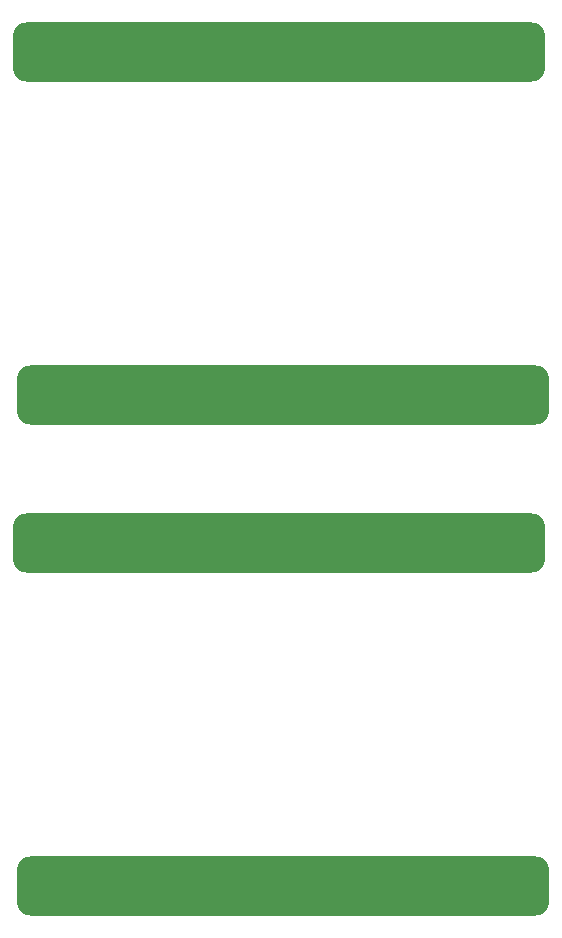
<source format=gbr>
%TF.GenerationSoftware,KiCad,Pcbnew,7.0.8*%
%TF.CreationDate,2023-11-08T20:04:04+02:00*%
%TF.ProjectId,sprinklers,73707269-6e6b-46c6-9572-732e6b696361,1.2*%
%TF.SameCoordinates,Original*%
%TF.FileFunction,Paste,Bot*%
%TF.FilePolarity,Positive*%
%FSLAX46Y46*%
G04 Gerber Fmt 4.6, Leading zero omitted, Abs format (unit mm)*
G04 Created by KiCad (PCBNEW 7.0.8) date 2023-11-08 20:04:04*
%MOMM*%
%LPD*%
G01*
G04 APERTURE LIST*
G04 Aperture macros list*
%AMFreePoly0*
4,1,41,-22.500000,1.388890,-22.492142,1.520800,-22.447241,1.727208,-22.364088,1.921388,-22.245689,2.096323,-22.096323,2.245689,-21.921388,2.364088,-21.727208,2.447241,-21.520800,2.492142,-21.388890,2.500000,21.388890,2.500000,21.520800,2.492142,21.727208,2.447241,21.921388,2.364088,22.096323,2.245689,22.245689,2.096323,22.364088,1.921388,22.447241,1.727208,22.492142,1.520800,22.500000,1.388890,
22.500000,-1.388890,22.492142,-1.520800,22.447241,-1.727208,22.364088,-1.921388,22.245689,-2.096323,22.096323,-2.245689,21.921388,-2.364088,21.727208,-2.447241,21.520800,-2.492142,21.388890,-2.500000,-21.388890,-2.500000,-21.520800,-2.492142,-21.727208,-2.447241,-21.921388,-2.364088,-22.096323,-2.245689,-22.245689,-2.096323,-22.364088,-1.921388,-22.447241,-1.727208,-22.492142,-1.520800,-22.500000,-1.388890,
-22.500000,1.388890,-22.500000,1.388890,$1*%
G04 Aperture macros list end*
%ADD10FreePoly0,180.000000*%
G04 APERTURE END LIST*
D10*
%TO.C,*%
X110532471Y-32919476D03*
%TD*%
%TO.C,*%
X110868074Y-61951375D03*
%TD*%
%TO.C,*%
X110526924Y8690840D03*
%TD*%
%TO.C,*%
X110862527Y-20341059D03*
%TD*%
M02*

</source>
